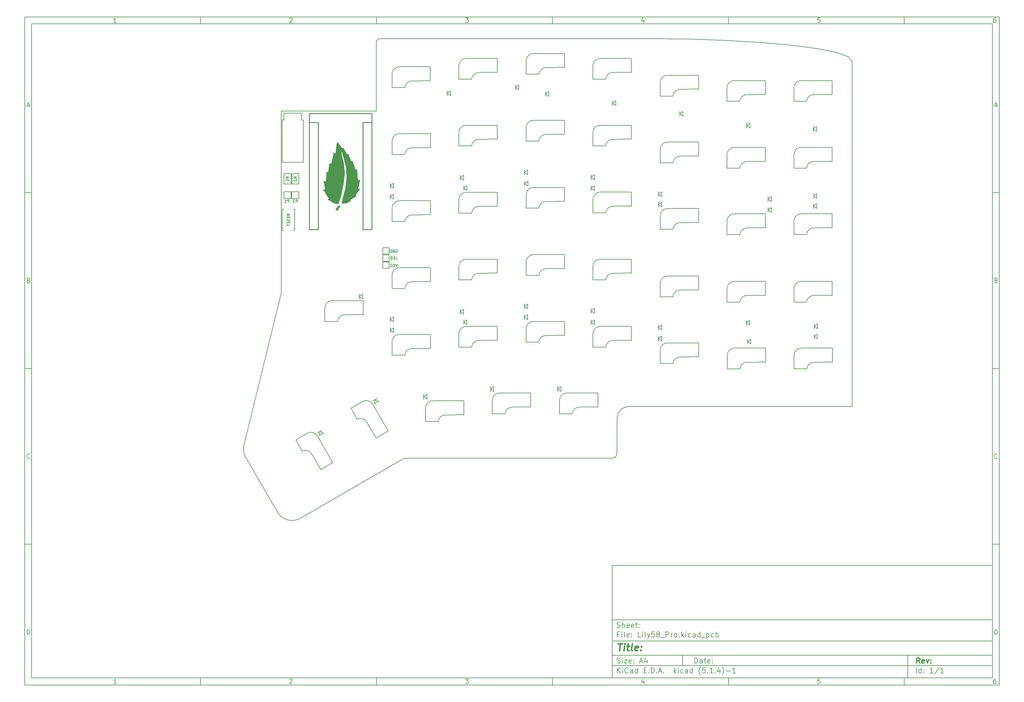
<source format=gbo>
G04 #@! TF.GenerationSoftware,KiCad,Pcbnew,(5.1.4)-1*
G04 #@! TF.CreationDate,2020-11-12T20:18:54+01:00*
G04 #@! TF.ProjectId,Lily58_Pro,4c696c79-3538-45f5-9072-6f2e6b696361,rev?*
G04 #@! TF.SameCoordinates,Original*
G04 #@! TF.FileFunction,Legend,Bot*
G04 #@! TF.FilePolarity,Positive*
%FSLAX46Y46*%
G04 Gerber Fmt 4.6, Leading zero omitted, Abs format (unit mm)*
G04 Created by KiCad (PCBNEW (5.1.4)-1) date 2020-11-12 20:18:54*
%MOMM*%
%LPD*%
G04 APERTURE LIST*
%ADD10C,0.100000*%
%ADD11C,0.150000*%
%ADD12C,0.300000*%
%ADD13C,0.400000*%
%ADD14C,0.200000*%
%ADD15C,0.250000*%
G04 APERTURE END LIST*
D10*
D11*
X177002200Y-166007200D02*
X177002200Y-198007200D01*
X285002200Y-198007200D01*
X285002200Y-166007200D01*
X177002200Y-166007200D01*
D10*
D11*
X10000000Y-10000000D02*
X10000000Y-200007200D01*
X287002200Y-200007200D01*
X287002200Y-10000000D01*
X10000000Y-10000000D01*
D10*
D11*
X12000000Y-12000000D02*
X12000000Y-198007200D01*
X285002200Y-198007200D01*
X285002200Y-12000000D01*
X12000000Y-12000000D01*
D10*
D11*
X60000000Y-12000000D02*
X60000000Y-10000000D01*
D10*
D11*
X110000000Y-12000000D02*
X110000000Y-10000000D01*
D10*
D11*
X160000000Y-12000000D02*
X160000000Y-10000000D01*
D10*
D11*
X210000000Y-12000000D02*
X210000000Y-10000000D01*
D10*
D11*
X260000000Y-12000000D02*
X260000000Y-10000000D01*
D10*
D11*
X36065476Y-11588095D02*
X35322619Y-11588095D01*
X35694047Y-11588095D02*
X35694047Y-10288095D01*
X35570238Y-10473809D01*
X35446428Y-10597619D01*
X35322619Y-10659523D01*
D10*
D11*
X85322619Y-10411904D02*
X85384523Y-10350000D01*
X85508333Y-10288095D01*
X85817857Y-10288095D01*
X85941666Y-10350000D01*
X86003571Y-10411904D01*
X86065476Y-10535714D01*
X86065476Y-10659523D01*
X86003571Y-10845238D01*
X85260714Y-11588095D01*
X86065476Y-11588095D01*
D10*
D11*
X135260714Y-10288095D02*
X136065476Y-10288095D01*
X135632142Y-10783333D01*
X135817857Y-10783333D01*
X135941666Y-10845238D01*
X136003571Y-10907142D01*
X136065476Y-11030952D01*
X136065476Y-11340476D01*
X136003571Y-11464285D01*
X135941666Y-11526190D01*
X135817857Y-11588095D01*
X135446428Y-11588095D01*
X135322619Y-11526190D01*
X135260714Y-11464285D01*
D10*
D11*
X185941666Y-10721428D02*
X185941666Y-11588095D01*
X185632142Y-10226190D02*
X185322619Y-11154761D01*
X186127380Y-11154761D01*
D10*
D11*
X236003571Y-10288095D02*
X235384523Y-10288095D01*
X235322619Y-10907142D01*
X235384523Y-10845238D01*
X235508333Y-10783333D01*
X235817857Y-10783333D01*
X235941666Y-10845238D01*
X236003571Y-10907142D01*
X236065476Y-11030952D01*
X236065476Y-11340476D01*
X236003571Y-11464285D01*
X235941666Y-11526190D01*
X235817857Y-11588095D01*
X235508333Y-11588095D01*
X235384523Y-11526190D01*
X235322619Y-11464285D01*
D10*
D11*
X285941666Y-10288095D02*
X285694047Y-10288095D01*
X285570238Y-10350000D01*
X285508333Y-10411904D01*
X285384523Y-10597619D01*
X285322619Y-10845238D01*
X285322619Y-11340476D01*
X285384523Y-11464285D01*
X285446428Y-11526190D01*
X285570238Y-11588095D01*
X285817857Y-11588095D01*
X285941666Y-11526190D01*
X286003571Y-11464285D01*
X286065476Y-11340476D01*
X286065476Y-11030952D01*
X286003571Y-10907142D01*
X285941666Y-10845238D01*
X285817857Y-10783333D01*
X285570238Y-10783333D01*
X285446428Y-10845238D01*
X285384523Y-10907142D01*
X285322619Y-11030952D01*
D10*
D11*
X60000000Y-198007200D02*
X60000000Y-200007200D01*
D10*
D11*
X110000000Y-198007200D02*
X110000000Y-200007200D01*
D10*
D11*
X160000000Y-198007200D02*
X160000000Y-200007200D01*
D10*
D11*
X210000000Y-198007200D02*
X210000000Y-200007200D01*
D10*
D11*
X260000000Y-198007200D02*
X260000000Y-200007200D01*
D10*
D11*
X36065476Y-199595295D02*
X35322619Y-199595295D01*
X35694047Y-199595295D02*
X35694047Y-198295295D01*
X35570238Y-198481009D01*
X35446428Y-198604819D01*
X35322619Y-198666723D01*
D10*
D11*
X85322619Y-198419104D02*
X85384523Y-198357200D01*
X85508333Y-198295295D01*
X85817857Y-198295295D01*
X85941666Y-198357200D01*
X86003571Y-198419104D01*
X86065476Y-198542914D01*
X86065476Y-198666723D01*
X86003571Y-198852438D01*
X85260714Y-199595295D01*
X86065476Y-199595295D01*
D10*
D11*
X135260714Y-198295295D02*
X136065476Y-198295295D01*
X135632142Y-198790533D01*
X135817857Y-198790533D01*
X135941666Y-198852438D01*
X136003571Y-198914342D01*
X136065476Y-199038152D01*
X136065476Y-199347676D01*
X136003571Y-199471485D01*
X135941666Y-199533390D01*
X135817857Y-199595295D01*
X135446428Y-199595295D01*
X135322619Y-199533390D01*
X135260714Y-199471485D01*
D10*
D11*
X185941666Y-198728628D02*
X185941666Y-199595295D01*
X185632142Y-198233390D02*
X185322619Y-199161961D01*
X186127380Y-199161961D01*
D10*
D11*
X236003571Y-198295295D02*
X235384523Y-198295295D01*
X235322619Y-198914342D01*
X235384523Y-198852438D01*
X235508333Y-198790533D01*
X235817857Y-198790533D01*
X235941666Y-198852438D01*
X236003571Y-198914342D01*
X236065476Y-199038152D01*
X236065476Y-199347676D01*
X236003571Y-199471485D01*
X235941666Y-199533390D01*
X235817857Y-199595295D01*
X235508333Y-199595295D01*
X235384523Y-199533390D01*
X235322619Y-199471485D01*
D10*
D11*
X285941666Y-198295295D02*
X285694047Y-198295295D01*
X285570238Y-198357200D01*
X285508333Y-198419104D01*
X285384523Y-198604819D01*
X285322619Y-198852438D01*
X285322619Y-199347676D01*
X285384523Y-199471485D01*
X285446428Y-199533390D01*
X285570238Y-199595295D01*
X285817857Y-199595295D01*
X285941666Y-199533390D01*
X286003571Y-199471485D01*
X286065476Y-199347676D01*
X286065476Y-199038152D01*
X286003571Y-198914342D01*
X285941666Y-198852438D01*
X285817857Y-198790533D01*
X285570238Y-198790533D01*
X285446428Y-198852438D01*
X285384523Y-198914342D01*
X285322619Y-199038152D01*
D10*
D11*
X10000000Y-60000000D02*
X12000000Y-60000000D01*
D10*
D11*
X10000000Y-110000000D02*
X12000000Y-110000000D01*
D10*
D11*
X10000000Y-160000000D02*
X12000000Y-160000000D01*
D10*
D11*
X10690476Y-35216666D02*
X11309523Y-35216666D01*
X10566666Y-35588095D02*
X11000000Y-34288095D01*
X11433333Y-35588095D01*
D10*
D11*
X11092857Y-84907142D02*
X11278571Y-84969047D01*
X11340476Y-85030952D01*
X11402380Y-85154761D01*
X11402380Y-85340476D01*
X11340476Y-85464285D01*
X11278571Y-85526190D01*
X11154761Y-85588095D01*
X10659523Y-85588095D01*
X10659523Y-84288095D01*
X11092857Y-84288095D01*
X11216666Y-84350000D01*
X11278571Y-84411904D01*
X11340476Y-84535714D01*
X11340476Y-84659523D01*
X11278571Y-84783333D01*
X11216666Y-84845238D01*
X11092857Y-84907142D01*
X10659523Y-84907142D01*
D10*
D11*
X11402380Y-135464285D02*
X11340476Y-135526190D01*
X11154761Y-135588095D01*
X11030952Y-135588095D01*
X10845238Y-135526190D01*
X10721428Y-135402380D01*
X10659523Y-135278571D01*
X10597619Y-135030952D01*
X10597619Y-134845238D01*
X10659523Y-134597619D01*
X10721428Y-134473809D01*
X10845238Y-134350000D01*
X11030952Y-134288095D01*
X11154761Y-134288095D01*
X11340476Y-134350000D01*
X11402380Y-134411904D01*
D10*
D11*
X10659523Y-185588095D02*
X10659523Y-184288095D01*
X10969047Y-184288095D01*
X11154761Y-184350000D01*
X11278571Y-184473809D01*
X11340476Y-184597619D01*
X11402380Y-184845238D01*
X11402380Y-185030952D01*
X11340476Y-185278571D01*
X11278571Y-185402380D01*
X11154761Y-185526190D01*
X10969047Y-185588095D01*
X10659523Y-185588095D01*
D10*
D11*
X287002200Y-60000000D02*
X285002200Y-60000000D01*
D10*
D11*
X287002200Y-110000000D02*
X285002200Y-110000000D01*
D10*
D11*
X287002200Y-160000000D02*
X285002200Y-160000000D01*
D10*
D11*
X285692676Y-35216666D02*
X286311723Y-35216666D01*
X285568866Y-35588095D02*
X286002200Y-34288095D01*
X286435533Y-35588095D01*
D10*
D11*
X286095057Y-84907142D02*
X286280771Y-84969047D01*
X286342676Y-85030952D01*
X286404580Y-85154761D01*
X286404580Y-85340476D01*
X286342676Y-85464285D01*
X286280771Y-85526190D01*
X286156961Y-85588095D01*
X285661723Y-85588095D01*
X285661723Y-84288095D01*
X286095057Y-84288095D01*
X286218866Y-84350000D01*
X286280771Y-84411904D01*
X286342676Y-84535714D01*
X286342676Y-84659523D01*
X286280771Y-84783333D01*
X286218866Y-84845238D01*
X286095057Y-84907142D01*
X285661723Y-84907142D01*
D10*
D11*
X286404580Y-135464285D02*
X286342676Y-135526190D01*
X286156961Y-135588095D01*
X286033152Y-135588095D01*
X285847438Y-135526190D01*
X285723628Y-135402380D01*
X285661723Y-135278571D01*
X285599819Y-135030952D01*
X285599819Y-134845238D01*
X285661723Y-134597619D01*
X285723628Y-134473809D01*
X285847438Y-134350000D01*
X286033152Y-134288095D01*
X286156961Y-134288095D01*
X286342676Y-134350000D01*
X286404580Y-134411904D01*
D10*
D11*
X285661723Y-185588095D02*
X285661723Y-184288095D01*
X285971247Y-184288095D01*
X286156961Y-184350000D01*
X286280771Y-184473809D01*
X286342676Y-184597619D01*
X286404580Y-184845238D01*
X286404580Y-185030952D01*
X286342676Y-185278571D01*
X286280771Y-185402380D01*
X286156961Y-185526190D01*
X285971247Y-185588095D01*
X285661723Y-185588095D01*
D10*
D11*
X200434342Y-193785771D02*
X200434342Y-192285771D01*
X200791485Y-192285771D01*
X201005771Y-192357200D01*
X201148628Y-192500057D01*
X201220057Y-192642914D01*
X201291485Y-192928628D01*
X201291485Y-193142914D01*
X201220057Y-193428628D01*
X201148628Y-193571485D01*
X201005771Y-193714342D01*
X200791485Y-193785771D01*
X200434342Y-193785771D01*
X202577200Y-193785771D02*
X202577200Y-193000057D01*
X202505771Y-192857200D01*
X202362914Y-192785771D01*
X202077200Y-192785771D01*
X201934342Y-192857200D01*
X202577200Y-193714342D02*
X202434342Y-193785771D01*
X202077200Y-193785771D01*
X201934342Y-193714342D01*
X201862914Y-193571485D01*
X201862914Y-193428628D01*
X201934342Y-193285771D01*
X202077200Y-193214342D01*
X202434342Y-193214342D01*
X202577200Y-193142914D01*
X203077200Y-192785771D02*
X203648628Y-192785771D01*
X203291485Y-192285771D02*
X203291485Y-193571485D01*
X203362914Y-193714342D01*
X203505771Y-193785771D01*
X203648628Y-193785771D01*
X204720057Y-193714342D02*
X204577200Y-193785771D01*
X204291485Y-193785771D01*
X204148628Y-193714342D01*
X204077200Y-193571485D01*
X204077200Y-193000057D01*
X204148628Y-192857200D01*
X204291485Y-192785771D01*
X204577200Y-192785771D01*
X204720057Y-192857200D01*
X204791485Y-193000057D01*
X204791485Y-193142914D01*
X204077200Y-193285771D01*
X205434342Y-193642914D02*
X205505771Y-193714342D01*
X205434342Y-193785771D01*
X205362914Y-193714342D01*
X205434342Y-193642914D01*
X205434342Y-193785771D01*
X205434342Y-192857200D02*
X205505771Y-192928628D01*
X205434342Y-193000057D01*
X205362914Y-192928628D01*
X205434342Y-192857200D01*
X205434342Y-193000057D01*
D10*
D11*
X177002200Y-194507200D02*
X285002200Y-194507200D01*
D10*
D11*
X178434342Y-196585771D02*
X178434342Y-195085771D01*
X179291485Y-196585771D02*
X178648628Y-195728628D01*
X179291485Y-195085771D02*
X178434342Y-195942914D01*
X179934342Y-196585771D02*
X179934342Y-195585771D01*
X179934342Y-195085771D02*
X179862914Y-195157200D01*
X179934342Y-195228628D01*
X180005771Y-195157200D01*
X179934342Y-195085771D01*
X179934342Y-195228628D01*
X181505771Y-196442914D02*
X181434342Y-196514342D01*
X181220057Y-196585771D01*
X181077200Y-196585771D01*
X180862914Y-196514342D01*
X180720057Y-196371485D01*
X180648628Y-196228628D01*
X180577200Y-195942914D01*
X180577200Y-195728628D01*
X180648628Y-195442914D01*
X180720057Y-195300057D01*
X180862914Y-195157200D01*
X181077200Y-195085771D01*
X181220057Y-195085771D01*
X181434342Y-195157200D01*
X181505771Y-195228628D01*
X182791485Y-196585771D02*
X182791485Y-195800057D01*
X182720057Y-195657200D01*
X182577200Y-195585771D01*
X182291485Y-195585771D01*
X182148628Y-195657200D01*
X182791485Y-196514342D02*
X182648628Y-196585771D01*
X182291485Y-196585771D01*
X182148628Y-196514342D01*
X182077200Y-196371485D01*
X182077200Y-196228628D01*
X182148628Y-196085771D01*
X182291485Y-196014342D01*
X182648628Y-196014342D01*
X182791485Y-195942914D01*
X184148628Y-196585771D02*
X184148628Y-195085771D01*
X184148628Y-196514342D02*
X184005771Y-196585771D01*
X183720057Y-196585771D01*
X183577200Y-196514342D01*
X183505771Y-196442914D01*
X183434342Y-196300057D01*
X183434342Y-195871485D01*
X183505771Y-195728628D01*
X183577200Y-195657200D01*
X183720057Y-195585771D01*
X184005771Y-195585771D01*
X184148628Y-195657200D01*
X186005771Y-195800057D02*
X186505771Y-195800057D01*
X186720057Y-196585771D02*
X186005771Y-196585771D01*
X186005771Y-195085771D01*
X186720057Y-195085771D01*
X187362914Y-196442914D02*
X187434342Y-196514342D01*
X187362914Y-196585771D01*
X187291485Y-196514342D01*
X187362914Y-196442914D01*
X187362914Y-196585771D01*
X188077200Y-196585771D02*
X188077200Y-195085771D01*
X188434342Y-195085771D01*
X188648628Y-195157200D01*
X188791485Y-195300057D01*
X188862914Y-195442914D01*
X188934342Y-195728628D01*
X188934342Y-195942914D01*
X188862914Y-196228628D01*
X188791485Y-196371485D01*
X188648628Y-196514342D01*
X188434342Y-196585771D01*
X188077200Y-196585771D01*
X189577200Y-196442914D02*
X189648628Y-196514342D01*
X189577200Y-196585771D01*
X189505771Y-196514342D01*
X189577200Y-196442914D01*
X189577200Y-196585771D01*
X190220057Y-196157200D02*
X190934342Y-196157200D01*
X190077200Y-196585771D02*
X190577200Y-195085771D01*
X191077200Y-196585771D01*
X191577200Y-196442914D02*
X191648628Y-196514342D01*
X191577200Y-196585771D01*
X191505771Y-196514342D01*
X191577200Y-196442914D01*
X191577200Y-196585771D01*
X194577200Y-196585771D02*
X194577200Y-195085771D01*
X194720057Y-196014342D02*
X195148628Y-196585771D01*
X195148628Y-195585771D02*
X194577200Y-196157200D01*
X195791485Y-196585771D02*
X195791485Y-195585771D01*
X195791485Y-195085771D02*
X195720057Y-195157200D01*
X195791485Y-195228628D01*
X195862914Y-195157200D01*
X195791485Y-195085771D01*
X195791485Y-195228628D01*
X197148628Y-196514342D02*
X197005771Y-196585771D01*
X196720057Y-196585771D01*
X196577200Y-196514342D01*
X196505771Y-196442914D01*
X196434342Y-196300057D01*
X196434342Y-195871485D01*
X196505771Y-195728628D01*
X196577200Y-195657200D01*
X196720057Y-195585771D01*
X197005771Y-195585771D01*
X197148628Y-195657200D01*
X198434342Y-196585771D02*
X198434342Y-195800057D01*
X198362914Y-195657200D01*
X198220057Y-195585771D01*
X197934342Y-195585771D01*
X197791485Y-195657200D01*
X198434342Y-196514342D02*
X198291485Y-196585771D01*
X197934342Y-196585771D01*
X197791485Y-196514342D01*
X197720057Y-196371485D01*
X197720057Y-196228628D01*
X197791485Y-196085771D01*
X197934342Y-196014342D01*
X198291485Y-196014342D01*
X198434342Y-195942914D01*
X199791485Y-196585771D02*
X199791485Y-195085771D01*
X199791485Y-196514342D02*
X199648628Y-196585771D01*
X199362914Y-196585771D01*
X199220057Y-196514342D01*
X199148628Y-196442914D01*
X199077200Y-196300057D01*
X199077200Y-195871485D01*
X199148628Y-195728628D01*
X199220057Y-195657200D01*
X199362914Y-195585771D01*
X199648628Y-195585771D01*
X199791485Y-195657200D01*
X202077200Y-197157200D02*
X202005771Y-197085771D01*
X201862914Y-196871485D01*
X201791485Y-196728628D01*
X201720057Y-196514342D01*
X201648628Y-196157200D01*
X201648628Y-195871485D01*
X201720057Y-195514342D01*
X201791485Y-195300057D01*
X201862914Y-195157200D01*
X202005771Y-194942914D01*
X202077200Y-194871485D01*
X203362914Y-195085771D02*
X202648628Y-195085771D01*
X202577200Y-195800057D01*
X202648628Y-195728628D01*
X202791485Y-195657200D01*
X203148628Y-195657200D01*
X203291485Y-195728628D01*
X203362914Y-195800057D01*
X203434342Y-195942914D01*
X203434342Y-196300057D01*
X203362914Y-196442914D01*
X203291485Y-196514342D01*
X203148628Y-196585771D01*
X202791485Y-196585771D01*
X202648628Y-196514342D01*
X202577200Y-196442914D01*
X204077200Y-196442914D02*
X204148628Y-196514342D01*
X204077200Y-196585771D01*
X204005771Y-196514342D01*
X204077200Y-196442914D01*
X204077200Y-196585771D01*
X205577200Y-196585771D02*
X204720057Y-196585771D01*
X205148628Y-196585771D02*
X205148628Y-195085771D01*
X205005771Y-195300057D01*
X204862914Y-195442914D01*
X204720057Y-195514342D01*
X206220057Y-196442914D02*
X206291485Y-196514342D01*
X206220057Y-196585771D01*
X206148628Y-196514342D01*
X206220057Y-196442914D01*
X206220057Y-196585771D01*
X207577200Y-195585771D02*
X207577200Y-196585771D01*
X207220057Y-195014342D02*
X206862914Y-196085771D01*
X207791485Y-196085771D01*
X208220057Y-197157200D02*
X208291485Y-197085771D01*
X208434342Y-196871485D01*
X208505771Y-196728628D01*
X208577200Y-196514342D01*
X208648628Y-196157200D01*
X208648628Y-195871485D01*
X208577200Y-195514342D01*
X208505771Y-195300057D01*
X208434342Y-195157200D01*
X208291485Y-194942914D01*
X208220057Y-194871485D01*
X209362914Y-196014342D02*
X210505771Y-196014342D01*
X212005771Y-196585771D02*
X211148628Y-196585771D01*
X211577200Y-196585771D02*
X211577200Y-195085771D01*
X211434342Y-195300057D01*
X211291485Y-195442914D01*
X211148628Y-195514342D01*
D10*
D11*
X177002200Y-191507200D02*
X285002200Y-191507200D01*
D10*
D12*
X264411485Y-193785771D02*
X263911485Y-193071485D01*
X263554342Y-193785771D02*
X263554342Y-192285771D01*
X264125771Y-192285771D01*
X264268628Y-192357200D01*
X264340057Y-192428628D01*
X264411485Y-192571485D01*
X264411485Y-192785771D01*
X264340057Y-192928628D01*
X264268628Y-193000057D01*
X264125771Y-193071485D01*
X263554342Y-193071485D01*
X265625771Y-193714342D02*
X265482914Y-193785771D01*
X265197200Y-193785771D01*
X265054342Y-193714342D01*
X264982914Y-193571485D01*
X264982914Y-193000057D01*
X265054342Y-192857200D01*
X265197200Y-192785771D01*
X265482914Y-192785771D01*
X265625771Y-192857200D01*
X265697200Y-193000057D01*
X265697200Y-193142914D01*
X264982914Y-193285771D01*
X266197200Y-192785771D02*
X266554342Y-193785771D01*
X266911485Y-192785771D01*
X267482914Y-193642914D02*
X267554342Y-193714342D01*
X267482914Y-193785771D01*
X267411485Y-193714342D01*
X267482914Y-193642914D01*
X267482914Y-193785771D01*
X267482914Y-192857200D02*
X267554342Y-192928628D01*
X267482914Y-193000057D01*
X267411485Y-192928628D01*
X267482914Y-192857200D01*
X267482914Y-193000057D01*
D10*
D11*
X178362914Y-193714342D02*
X178577200Y-193785771D01*
X178934342Y-193785771D01*
X179077200Y-193714342D01*
X179148628Y-193642914D01*
X179220057Y-193500057D01*
X179220057Y-193357200D01*
X179148628Y-193214342D01*
X179077200Y-193142914D01*
X178934342Y-193071485D01*
X178648628Y-193000057D01*
X178505771Y-192928628D01*
X178434342Y-192857200D01*
X178362914Y-192714342D01*
X178362914Y-192571485D01*
X178434342Y-192428628D01*
X178505771Y-192357200D01*
X178648628Y-192285771D01*
X179005771Y-192285771D01*
X179220057Y-192357200D01*
X179862914Y-193785771D02*
X179862914Y-192785771D01*
X179862914Y-192285771D02*
X179791485Y-192357200D01*
X179862914Y-192428628D01*
X179934342Y-192357200D01*
X179862914Y-192285771D01*
X179862914Y-192428628D01*
X180434342Y-192785771D02*
X181220057Y-192785771D01*
X180434342Y-193785771D01*
X181220057Y-193785771D01*
X182362914Y-193714342D02*
X182220057Y-193785771D01*
X181934342Y-193785771D01*
X181791485Y-193714342D01*
X181720057Y-193571485D01*
X181720057Y-193000057D01*
X181791485Y-192857200D01*
X181934342Y-192785771D01*
X182220057Y-192785771D01*
X182362914Y-192857200D01*
X182434342Y-193000057D01*
X182434342Y-193142914D01*
X181720057Y-193285771D01*
X183077200Y-193642914D02*
X183148628Y-193714342D01*
X183077200Y-193785771D01*
X183005771Y-193714342D01*
X183077200Y-193642914D01*
X183077200Y-193785771D01*
X183077200Y-192857200D02*
X183148628Y-192928628D01*
X183077200Y-193000057D01*
X183005771Y-192928628D01*
X183077200Y-192857200D01*
X183077200Y-193000057D01*
X184862914Y-193357200D02*
X185577200Y-193357200D01*
X184720057Y-193785771D02*
X185220057Y-192285771D01*
X185720057Y-193785771D01*
X186862914Y-192785771D02*
X186862914Y-193785771D01*
X186505771Y-192214342D02*
X186148628Y-193285771D01*
X187077200Y-193285771D01*
D10*
D11*
X263434342Y-196585771D02*
X263434342Y-195085771D01*
X264791485Y-196585771D02*
X264791485Y-195085771D01*
X264791485Y-196514342D02*
X264648628Y-196585771D01*
X264362914Y-196585771D01*
X264220057Y-196514342D01*
X264148628Y-196442914D01*
X264077200Y-196300057D01*
X264077200Y-195871485D01*
X264148628Y-195728628D01*
X264220057Y-195657200D01*
X264362914Y-195585771D01*
X264648628Y-195585771D01*
X264791485Y-195657200D01*
X265505771Y-196442914D02*
X265577200Y-196514342D01*
X265505771Y-196585771D01*
X265434342Y-196514342D01*
X265505771Y-196442914D01*
X265505771Y-196585771D01*
X265505771Y-195657200D02*
X265577200Y-195728628D01*
X265505771Y-195800057D01*
X265434342Y-195728628D01*
X265505771Y-195657200D01*
X265505771Y-195800057D01*
X268148628Y-196585771D02*
X267291485Y-196585771D01*
X267720057Y-196585771D02*
X267720057Y-195085771D01*
X267577200Y-195300057D01*
X267434342Y-195442914D01*
X267291485Y-195514342D01*
X269862914Y-195014342D02*
X268577200Y-196942914D01*
X271148628Y-196585771D02*
X270291485Y-196585771D01*
X270720057Y-196585771D02*
X270720057Y-195085771D01*
X270577200Y-195300057D01*
X270434342Y-195442914D01*
X270291485Y-195514342D01*
D10*
D11*
X177002200Y-187507200D02*
X285002200Y-187507200D01*
D10*
D13*
X178714580Y-188211961D02*
X179857438Y-188211961D01*
X179036009Y-190211961D02*
X179286009Y-188211961D01*
X180274104Y-190211961D02*
X180440771Y-188878628D01*
X180524104Y-188211961D02*
X180416961Y-188307200D01*
X180500295Y-188402438D01*
X180607438Y-188307200D01*
X180524104Y-188211961D01*
X180500295Y-188402438D01*
X181107438Y-188878628D02*
X181869342Y-188878628D01*
X181476485Y-188211961D02*
X181262200Y-189926247D01*
X181333628Y-190116723D01*
X181512200Y-190211961D01*
X181702676Y-190211961D01*
X182655057Y-190211961D02*
X182476485Y-190116723D01*
X182405057Y-189926247D01*
X182619342Y-188211961D01*
X184190771Y-190116723D02*
X183988390Y-190211961D01*
X183607438Y-190211961D01*
X183428866Y-190116723D01*
X183357438Y-189926247D01*
X183452676Y-189164342D01*
X183571723Y-188973866D01*
X183774104Y-188878628D01*
X184155057Y-188878628D01*
X184333628Y-188973866D01*
X184405057Y-189164342D01*
X184381247Y-189354819D01*
X183405057Y-189545295D01*
X185155057Y-190021485D02*
X185238390Y-190116723D01*
X185131247Y-190211961D01*
X185047914Y-190116723D01*
X185155057Y-190021485D01*
X185131247Y-190211961D01*
X185286009Y-188973866D02*
X185369342Y-189069104D01*
X185262200Y-189164342D01*
X185178866Y-189069104D01*
X185286009Y-188973866D01*
X185262200Y-189164342D01*
D10*
D11*
X178934342Y-185600057D02*
X178434342Y-185600057D01*
X178434342Y-186385771D02*
X178434342Y-184885771D01*
X179148628Y-184885771D01*
X179720057Y-186385771D02*
X179720057Y-185385771D01*
X179720057Y-184885771D02*
X179648628Y-184957200D01*
X179720057Y-185028628D01*
X179791485Y-184957200D01*
X179720057Y-184885771D01*
X179720057Y-185028628D01*
X180648628Y-186385771D02*
X180505771Y-186314342D01*
X180434342Y-186171485D01*
X180434342Y-184885771D01*
X181791485Y-186314342D02*
X181648628Y-186385771D01*
X181362914Y-186385771D01*
X181220057Y-186314342D01*
X181148628Y-186171485D01*
X181148628Y-185600057D01*
X181220057Y-185457200D01*
X181362914Y-185385771D01*
X181648628Y-185385771D01*
X181791485Y-185457200D01*
X181862914Y-185600057D01*
X181862914Y-185742914D01*
X181148628Y-185885771D01*
X182505771Y-186242914D02*
X182577200Y-186314342D01*
X182505771Y-186385771D01*
X182434342Y-186314342D01*
X182505771Y-186242914D01*
X182505771Y-186385771D01*
X182505771Y-185457200D02*
X182577200Y-185528628D01*
X182505771Y-185600057D01*
X182434342Y-185528628D01*
X182505771Y-185457200D01*
X182505771Y-185600057D01*
X185077200Y-186385771D02*
X184362914Y-186385771D01*
X184362914Y-184885771D01*
X185577200Y-186385771D02*
X185577200Y-185385771D01*
X185577200Y-184885771D02*
X185505771Y-184957200D01*
X185577200Y-185028628D01*
X185648628Y-184957200D01*
X185577200Y-184885771D01*
X185577200Y-185028628D01*
X186505771Y-186385771D02*
X186362914Y-186314342D01*
X186291485Y-186171485D01*
X186291485Y-184885771D01*
X186934342Y-185385771D02*
X187291485Y-186385771D01*
X187648628Y-185385771D02*
X187291485Y-186385771D01*
X187148628Y-186742914D01*
X187077200Y-186814342D01*
X186934342Y-186885771D01*
X188934342Y-184885771D02*
X188220057Y-184885771D01*
X188148628Y-185600057D01*
X188220057Y-185528628D01*
X188362914Y-185457200D01*
X188720057Y-185457200D01*
X188862914Y-185528628D01*
X188934342Y-185600057D01*
X189005771Y-185742914D01*
X189005771Y-186100057D01*
X188934342Y-186242914D01*
X188862914Y-186314342D01*
X188720057Y-186385771D01*
X188362914Y-186385771D01*
X188220057Y-186314342D01*
X188148628Y-186242914D01*
X189862914Y-185528628D02*
X189720057Y-185457200D01*
X189648628Y-185385771D01*
X189577200Y-185242914D01*
X189577200Y-185171485D01*
X189648628Y-185028628D01*
X189720057Y-184957200D01*
X189862914Y-184885771D01*
X190148628Y-184885771D01*
X190291485Y-184957200D01*
X190362914Y-185028628D01*
X190434342Y-185171485D01*
X190434342Y-185242914D01*
X190362914Y-185385771D01*
X190291485Y-185457200D01*
X190148628Y-185528628D01*
X189862914Y-185528628D01*
X189720057Y-185600057D01*
X189648628Y-185671485D01*
X189577200Y-185814342D01*
X189577200Y-186100057D01*
X189648628Y-186242914D01*
X189720057Y-186314342D01*
X189862914Y-186385771D01*
X190148628Y-186385771D01*
X190291485Y-186314342D01*
X190362914Y-186242914D01*
X190434342Y-186100057D01*
X190434342Y-185814342D01*
X190362914Y-185671485D01*
X190291485Y-185600057D01*
X190148628Y-185528628D01*
X190720057Y-186528628D02*
X191862914Y-186528628D01*
X192220057Y-186385771D02*
X192220057Y-184885771D01*
X192791485Y-184885771D01*
X192934342Y-184957200D01*
X193005771Y-185028628D01*
X193077200Y-185171485D01*
X193077200Y-185385771D01*
X193005771Y-185528628D01*
X192934342Y-185600057D01*
X192791485Y-185671485D01*
X192220057Y-185671485D01*
X193720057Y-186385771D02*
X193720057Y-185385771D01*
X193720057Y-185671485D02*
X193791485Y-185528628D01*
X193862914Y-185457200D01*
X194005771Y-185385771D01*
X194148628Y-185385771D01*
X194862914Y-186385771D02*
X194720057Y-186314342D01*
X194648628Y-186242914D01*
X194577200Y-186100057D01*
X194577200Y-185671485D01*
X194648628Y-185528628D01*
X194720057Y-185457200D01*
X194862914Y-185385771D01*
X195077200Y-185385771D01*
X195220057Y-185457200D01*
X195291485Y-185528628D01*
X195362914Y-185671485D01*
X195362914Y-186100057D01*
X195291485Y-186242914D01*
X195220057Y-186314342D01*
X195077200Y-186385771D01*
X194862914Y-186385771D01*
X196005771Y-186242914D02*
X196077200Y-186314342D01*
X196005771Y-186385771D01*
X195934342Y-186314342D01*
X196005771Y-186242914D01*
X196005771Y-186385771D01*
X196720057Y-186385771D02*
X196720057Y-184885771D01*
X196862914Y-185814342D02*
X197291485Y-186385771D01*
X197291485Y-185385771D02*
X196720057Y-185957200D01*
X197934342Y-186385771D02*
X197934342Y-185385771D01*
X197934342Y-184885771D02*
X197862914Y-184957200D01*
X197934342Y-185028628D01*
X198005771Y-184957200D01*
X197934342Y-184885771D01*
X197934342Y-185028628D01*
X199291485Y-186314342D02*
X199148628Y-186385771D01*
X198862914Y-186385771D01*
X198720057Y-186314342D01*
X198648628Y-186242914D01*
X198577200Y-186100057D01*
X198577200Y-185671485D01*
X198648628Y-185528628D01*
X198720057Y-185457200D01*
X198862914Y-185385771D01*
X199148628Y-185385771D01*
X199291485Y-185457200D01*
X200577200Y-186385771D02*
X200577200Y-185600057D01*
X200505771Y-185457200D01*
X200362914Y-185385771D01*
X200077200Y-185385771D01*
X199934342Y-185457200D01*
X200577200Y-186314342D02*
X200434342Y-186385771D01*
X200077200Y-186385771D01*
X199934342Y-186314342D01*
X199862914Y-186171485D01*
X199862914Y-186028628D01*
X199934342Y-185885771D01*
X200077200Y-185814342D01*
X200434342Y-185814342D01*
X200577200Y-185742914D01*
X201934342Y-186385771D02*
X201934342Y-184885771D01*
X201934342Y-186314342D02*
X201791485Y-186385771D01*
X201505771Y-186385771D01*
X201362914Y-186314342D01*
X201291485Y-186242914D01*
X201220057Y-186100057D01*
X201220057Y-185671485D01*
X201291485Y-185528628D01*
X201362914Y-185457200D01*
X201505771Y-185385771D01*
X201791485Y-185385771D01*
X201934342Y-185457200D01*
X202291485Y-186528628D02*
X203434342Y-186528628D01*
X203791485Y-185385771D02*
X203791485Y-186885771D01*
X203791485Y-185457200D02*
X203934342Y-185385771D01*
X204220057Y-185385771D01*
X204362914Y-185457200D01*
X204434342Y-185528628D01*
X204505771Y-185671485D01*
X204505771Y-186100057D01*
X204434342Y-186242914D01*
X204362914Y-186314342D01*
X204220057Y-186385771D01*
X203934342Y-186385771D01*
X203791485Y-186314342D01*
X205791485Y-186314342D02*
X205648628Y-186385771D01*
X205362914Y-186385771D01*
X205220057Y-186314342D01*
X205148628Y-186242914D01*
X205077200Y-186100057D01*
X205077200Y-185671485D01*
X205148628Y-185528628D01*
X205220057Y-185457200D01*
X205362914Y-185385771D01*
X205648628Y-185385771D01*
X205791485Y-185457200D01*
X206434342Y-186385771D02*
X206434342Y-184885771D01*
X206434342Y-185457200D02*
X206577200Y-185385771D01*
X206862914Y-185385771D01*
X207005771Y-185457200D01*
X207077200Y-185528628D01*
X207148628Y-185671485D01*
X207148628Y-186100057D01*
X207077200Y-186242914D01*
X207005771Y-186314342D01*
X206862914Y-186385771D01*
X206577200Y-186385771D01*
X206434342Y-186314342D01*
D10*
D11*
X177002200Y-181507200D02*
X285002200Y-181507200D01*
D10*
D11*
X178362914Y-183614342D02*
X178577200Y-183685771D01*
X178934342Y-183685771D01*
X179077200Y-183614342D01*
X179148628Y-183542914D01*
X179220057Y-183400057D01*
X179220057Y-183257200D01*
X179148628Y-183114342D01*
X179077200Y-183042914D01*
X178934342Y-182971485D01*
X178648628Y-182900057D01*
X178505771Y-182828628D01*
X178434342Y-182757200D01*
X178362914Y-182614342D01*
X178362914Y-182471485D01*
X178434342Y-182328628D01*
X178505771Y-182257200D01*
X178648628Y-182185771D01*
X179005771Y-182185771D01*
X179220057Y-182257200D01*
X179862914Y-183685771D02*
X179862914Y-182185771D01*
X180505771Y-183685771D02*
X180505771Y-182900057D01*
X180434342Y-182757200D01*
X180291485Y-182685771D01*
X180077200Y-182685771D01*
X179934342Y-182757200D01*
X179862914Y-182828628D01*
X181791485Y-183614342D02*
X181648628Y-183685771D01*
X181362914Y-183685771D01*
X181220057Y-183614342D01*
X181148628Y-183471485D01*
X181148628Y-182900057D01*
X181220057Y-182757200D01*
X181362914Y-182685771D01*
X181648628Y-182685771D01*
X181791485Y-182757200D01*
X181862914Y-182900057D01*
X181862914Y-183042914D01*
X181148628Y-183185771D01*
X183077200Y-183614342D02*
X182934342Y-183685771D01*
X182648628Y-183685771D01*
X182505771Y-183614342D01*
X182434342Y-183471485D01*
X182434342Y-182900057D01*
X182505771Y-182757200D01*
X182648628Y-182685771D01*
X182934342Y-182685771D01*
X183077200Y-182757200D01*
X183148628Y-182900057D01*
X183148628Y-183042914D01*
X182434342Y-183185771D01*
X183577200Y-182685771D02*
X184148628Y-182685771D01*
X183791485Y-182185771D02*
X183791485Y-183471485D01*
X183862914Y-183614342D01*
X184005771Y-183685771D01*
X184148628Y-183685771D01*
X184648628Y-183542914D02*
X184720057Y-183614342D01*
X184648628Y-183685771D01*
X184577200Y-183614342D01*
X184648628Y-183542914D01*
X184648628Y-183685771D01*
X184648628Y-182757200D02*
X184720057Y-182828628D01*
X184648628Y-182900057D01*
X184577200Y-182828628D01*
X184648628Y-182757200D01*
X184648628Y-182900057D01*
D10*
D11*
X197002200Y-191507200D02*
X197002200Y-194507200D01*
D10*
D11*
X261002200Y-191507200D02*
X261002200Y-198007200D01*
X72674503Y-134960305D02*
G75*
G02X72175000Y-132325000I4376397J2194505D01*
G01*
X88345583Y-152620389D02*
G75*
G02X81699101Y-150634699I-2328483J4322489D01*
G01*
X72674503Y-134960305D02*
X81699101Y-150634699D01*
X104456758Y-143271756D02*
X88345583Y-152620389D01*
X245120000Y-120789735D02*
X245120000Y-22546755D01*
X223959999Y-120789735D02*
X245120000Y-120789735D01*
X109898210Y-36780000D02*
X109898210Y-17246762D01*
X82940000Y-36780000D02*
X109898210Y-36780000D01*
X82937528Y-38136762D02*
X82940000Y-36780000D01*
D14*
X240549319Y-20073847D02*
X235185697Y-18995159D01*
X235185697Y-18995159D02*
X228080758Y-18055561D01*
X116186619Y-136480784D02*
X117862313Y-135510645D01*
X114510925Y-137450923D02*
X116186619Y-136480784D01*
X82937528Y-50750629D02*
X82937528Y-44443695D01*
X82937528Y-57057562D02*
X82937528Y-50750629D01*
X142171711Y-16196762D02*
X131763877Y-16196762D01*
X218692418Y-120789735D02*
X223959999Y-120789735D01*
X213424836Y-120789735D02*
X218692418Y-120789735D01*
X208157255Y-120789735D02*
X213424836Y-120789735D01*
X202889673Y-120789735D02*
X208157255Y-120789735D01*
X197622092Y-120789735D02*
X202889673Y-120789735D01*
X192354511Y-120789735D02*
X197622092Y-120789735D01*
X187086929Y-120789735D02*
X192354511Y-120789735D01*
X181819348Y-120789735D02*
X187086929Y-120789735D01*
X181113524Y-120860778D02*
X181819348Y-120789735D01*
X180456326Y-121064561D02*
X181113524Y-120860778D01*
X179861773Y-121387065D02*
X180456326Y-121064561D01*
X179343884Y-121814271D02*
X179861773Y-121387065D01*
X178916678Y-122332160D02*
X179343884Y-121814271D01*
X178594174Y-122926713D02*
X178916678Y-122332160D01*
X178390391Y-123583911D02*
X178594174Y-122926713D01*
X178319348Y-124289735D02*
X178390391Y-123583911D01*
X219467654Y-17280488D02*
X209579538Y-16695374D01*
X228080758Y-18055561D02*
X219467654Y-17280488D01*
X198649563Y-16325654D02*
X186910881Y-16196762D01*
X209579538Y-16695374D02*
X198649563Y-16325654D01*
X177658308Y-135255660D02*
X177403500Y-135393876D01*
X177880261Y-135072571D02*
X177658308Y-135255660D01*
X178063349Y-134850619D02*
X177880261Y-135072571D01*
X178201565Y-134595810D02*
X178063349Y-134850619D01*
X178288901Y-134314154D02*
X178201565Y-134595810D01*
X178319348Y-134034052D02*
X178288901Y-134314154D01*
X82937528Y-69671429D02*
X82937528Y-63364495D01*
X82937528Y-75978362D02*
X82937528Y-69671429D01*
X82937528Y-82285296D02*
X82937528Y-75978362D01*
X82937528Y-88592229D02*
X82937528Y-82285296D01*
X131763877Y-16196762D02*
X121356044Y-16196762D01*
X152579545Y-16196762D02*
X142171711Y-16196762D01*
X162987379Y-16196762D02*
X152579545Y-16196762D01*
X173395213Y-16196762D02*
X162987379Y-16196762D01*
X186910881Y-16196762D02*
X173395213Y-16196762D01*
X110360937Y-16375961D02*
X110539303Y-16279210D01*
X110205570Y-16504123D02*
X110360937Y-16375961D01*
X110077409Y-16659489D02*
X110205570Y-16504123D01*
X109980657Y-16837855D02*
X110077409Y-16659489D01*
X109919523Y-17035015D02*
X109980657Y-16837855D01*
X109898210Y-17246762D02*
X109919523Y-17035015D01*
X110736462Y-16218075D02*
X110948210Y-16196762D01*
X110539303Y-16279210D02*
X110736462Y-16218075D01*
X121356044Y-16196762D02*
X110948210Y-16196762D01*
X82937528Y-63364495D02*
X82937528Y-57057562D01*
X82937528Y-44443695D02*
X82937528Y-38136762D01*
X82937777Y-88592317D02*
X72175000Y-132325000D01*
X112835230Y-138421062D02*
X114510925Y-137450923D01*
X111159536Y-139391201D02*
X112835230Y-138421062D01*
X109483841Y-140361340D02*
X111159536Y-139391201D01*
X107808147Y-141331479D02*
X109483841Y-140361340D01*
X106132452Y-142301617D02*
X107808147Y-141331479D01*
X104456758Y-143271756D02*
X106132452Y-142301617D01*
X169449826Y-135511658D02*
X176819348Y-135511658D01*
X162080304Y-135511658D02*
X169449826Y-135511658D01*
X154710782Y-135511658D02*
X162080304Y-135511658D01*
X147341260Y-135511658D02*
X154710782Y-135511658D01*
X139971738Y-135511658D02*
X147341260Y-135511658D01*
X132602217Y-135511658D02*
X139971738Y-135511658D01*
X125232695Y-135511658D02*
X132602217Y-135511658D01*
X117863173Y-135511658D02*
X125232695Y-135511658D01*
X178319348Y-132816013D02*
X178319348Y-134034052D01*
X178319348Y-131597973D02*
X178319348Y-132816013D01*
X178319348Y-130379933D02*
X178319348Y-131597973D01*
X178319348Y-129161894D02*
X178319348Y-130379933D01*
X178319348Y-127943854D02*
X178319348Y-129161894D01*
X178319348Y-126725814D02*
X178319348Y-127943854D01*
X178319348Y-125507775D02*
X178319348Y-126725814D01*
X178319348Y-124289735D02*
X178319348Y-125507775D01*
X177121844Y-135481211D02*
X176819348Y-135511658D01*
X177403500Y-135393876D02*
X177121844Y-135481211D01*
X243938471Y-21266190D02*
X240549319Y-20073847D01*
X245120000Y-22546755D02*
X243938471Y-21266190D01*
D12*
X96264832Y-61965231D02*
X96624453Y-61668949D01*
X103866617Y-60740966D02*
X104185399Y-60986008D01*
X100349432Y-47554831D02*
X100657815Y-47421532D01*
X95061554Y-56941113D02*
X95685315Y-56957374D01*
X95786470Y-54300483D02*
X96291869Y-54288760D01*
X96637310Y-51916050D02*
X97189978Y-51873319D01*
X104555420Y-59008277D02*
X105106197Y-59107353D01*
X101693949Y-49321744D02*
X102010273Y-49173508D01*
X104048319Y-53628130D02*
X104435735Y-53552878D01*
X94961722Y-59264853D02*
X95369747Y-59230252D01*
X97829621Y-48815021D02*
X98357899Y-48971008D01*
X102289159Y-62053718D02*
X102522857Y-62356807D01*
X102922941Y-51285483D02*
X103272163Y-51231785D01*
X104612521Y-56517395D02*
X105163487Y-56521744D01*
D10*
G36*
X100079000Y-63062000D02*
G01*
X101476000Y-62935000D01*
X102522857Y-62356807D01*
X102365000Y-62046000D01*
X104143000Y-61030000D01*
X103889000Y-60776000D01*
X105106197Y-59107353D01*
X104651000Y-58998000D01*
X105159000Y-56712000D01*
X105032000Y-56458000D01*
X104612521Y-56517395D01*
X104435735Y-53552878D01*
X104016000Y-53537000D01*
X103272163Y-51231785D01*
X102873000Y-51251000D01*
X101984000Y-49219000D01*
X101730000Y-49346000D01*
X100657815Y-47421532D01*
X100349432Y-47554831D01*
X98936000Y-45663000D01*
X98682000Y-45917000D01*
X98357899Y-48971008D01*
X97793000Y-48838000D01*
X97158000Y-51759000D01*
X96637310Y-51916050D01*
X96396000Y-53029000D01*
X96269000Y-54172000D01*
X95786470Y-54300483D01*
X95634000Y-56839000D01*
X95061554Y-56941113D01*
X95369747Y-59230252D01*
X94999000Y-59252000D01*
X95634000Y-60522000D01*
X96523000Y-61665000D01*
X96269000Y-61919000D01*
X97793000Y-62935000D01*
X99063000Y-63189000D01*
X99825000Y-61030000D01*
X100587000Y-57220000D01*
X100841000Y-54934000D01*
X100841000Y-53918000D01*
X100587000Y-51505000D01*
X100079000Y-49600000D01*
X99825000Y-48076000D01*
X100206000Y-48457000D01*
X100587000Y-49981000D01*
X101349000Y-53029000D01*
X101476000Y-55950000D01*
X101095000Y-58871000D01*
X100333000Y-61665000D01*
X100079000Y-63062000D01*
G37*
X100079000Y-63062000D02*
X101476000Y-62935000D01*
X102522857Y-62356807D01*
X102365000Y-62046000D01*
X104143000Y-61030000D01*
X103889000Y-60776000D01*
X105106197Y-59107353D01*
X104651000Y-58998000D01*
X105159000Y-56712000D01*
X105032000Y-56458000D01*
X104612521Y-56517395D01*
X104435735Y-53552878D01*
X104016000Y-53537000D01*
X103272163Y-51231785D01*
X102873000Y-51251000D01*
X101984000Y-49219000D01*
X101730000Y-49346000D01*
X100657815Y-47421532D01*
X100349432Y-47554831D01*
X98936000Y-45663000D01*
X98682000Y-45917000D01*
X98357899Y-48971008D01*
X97793000Y-48838000D01*
X97158000Y-51759000D01*
X96637310Y-51916050D01*
X96396000Y-53029000D01*
X96269000Y-54172000D01*
X95786470Y-54300483D01*
X95634000Y-56839000D01*
X95061554Y-56941113D01*
X95369747Y-59230252D01*
X94999000Y-59252000D01*
X95634000Y-60522000D01*
X96523000Y-61665000D01*
X96269000Y-61919000D01*
X97793000Y-62935000D01*
X99063000Y-63189000D01*
X99825000Y-61030000D01*
X100587000Y-57220000D01*
X100841000Y-54934000D01*
X100841000Y-53918000D01*
X100587000Y-51505000D01*
X100079000Y-49600000D01*
X99825000Y-48076000D01*
X100206000Y-48457000D01*
X100587000Y-49981000D01*
X101349000Y-53029000D01*
X101476000Y-55950000D01*
X101095000Y-58871000D01*
X100333000Y-61665000D01*
X100079000Y-63062000D01*
G36*
X98301000Y-64840000D02*
G01*
X98796832Y-65015936D01*
X99698000Y-63697000D01*
X99063000Y-63697000D01*
X98301000Y-64840000D01*
G37*
X98301000Y-64840000D02*
X98796832Y-65015936D01*
X99698000Y-63697000D01*
X99063000Y-63697000D01*
X98301000Y-64840000D01*
D11*
X87032359Y-130311645D02*
X88837359Y-133437997D01*
X90456623Y-128334645D02*
X87040153Y-130307145D01*
X97598837Y-136797322D02*
X93286337Y-129327853D01*
X94214410Y-138751322D02*
X97598837Y-136797322D01*
X94174572Y-138774322D02*
X91609735Y-134423894D01*
X90522745Y-128309171D02*
G75*
G02X93286337Y-129327853I872455J-1891137D01*
G01*
X88860644Y-133430327D02*
G75*
G02X91618771Y-134447544I870455J-1887672D01*
G01*
X94489518Y-127564144D02*
X93277082Y-128264144D01*
X93727082Y-129043567D02*
X93883300Y-127914144D01*
X94939518Y-128343567D02*
X93727082Y-129043567D01*
X93883300Y-127914144D02*
X94939518Y-128343567D01*
X234360000Y-100150000D02*
X234360000Y-101550000D01*
X235260000Y-101550000D02*
X234360000Y-100850000D01*
X235260000Y-100150000D02*
X235260000Y-101550000D01*
X234360000Y-100850000D02*
X235260000Y-100150000D01*
X234380000Y-97250000D02*
X234380000Y-98650000D01*
X235280000Y-98650000D02*
X234380000Y-97950000D01*
X235280000Y-97250000D02*
X235280000Y-98650000D01*
X234380000Y-97950000D02*
X235280000Y-97250000D01*
X234160000Y-63100000D02*
X234160000Y-64500000D01*
X235060000Y-64500000D02*
X234160000Y-63800000D01*
X235060000Y-63100000D02*
X235060000Y-64500000D01*
X234160000Y-63800000D02*
X235060000Y-63100000D01*
X234180000Y-60220000D02*
X234180000Y-61620000D01*
X235080000Y-61620000D02*
X234180000Y-60920000D01*
X235080000Y-60220000D02*
X235080000Y-61620000D01*
X234180000Y-60920000D02*
X235080000Y-60220000D01*
X228600000Y-34004000D02*
X232210000Y-34004000D01*
X228600000Y-30050000D02*
X228600000Y-33995000D01*
X239500000Y-28096000D02*
X230875000Y-28096000D01*
X239500000Y-32004000D02*
X239500000Y-28096000D01*
X239500000Y-32050000D02*
X234450000Y-32096000D01*
X228611000Y-29980000D02*
G75*
G02X230875000Y-28096000I2074000J-190000D01*
G01*
X232215001Y-33979999D02*
G75*
G02X234475000Y-32100000I2069999J-190000D01*
G01*
X228650000Y-110104000D02*
X232260000Y-110104000D01*
X228650000Y-106150000D02*
X228650000Y-110095000D01*
X239550000Y-104196000D02*
X230925000Y-104196000D01*
X239550000Y-108104000D02*
X239550000Y-104196000D01*
X239550000Y-108150000D02*
X234500000Y-108196000D01*
X228661000Y-106080000D02*
G75*
G02X230925000Y-104196000I2074000J-190000D01*
G01*
X232265001Y-110079999D02*
G75*
G02X234525000Y-108200000I2069999J-190000D01*
G01*
X228600000Y-91104000D02*
X232210000Y-91104000D01*
X228600000Y-87150000D02*
X228600000Y-91095000D01*
X239500000Y-85196000D02*
X230875000Y-85196000D01*
X239500000Y-89104000D02*
X239500000Y-85196000D01*
X239500000Y-89150000D02*
X234450000Y-89196000D01*
X228611000Y-87080000D02*
G75*
G02X230875000Y-85196000I2074000J-190000D01*
G01*
X232215001Y-91079999D02*
G75*
G02X234475000Y-89200000I2069999J-190000D01*
G01*
X228600000Y-71904000D02*
X232210000Y-71904000D01*
X228600000Y-67950000D02*
X228600000Y-71895000D01*
X239500000Y-65996000D02*
X230875000Y-65996000D01*
X239500000Y-69904000D02*
X239500000Y-65996000D01*
X239500000Y-69950000D02*
X234450000Y-69996000D01*
X228611000Y-67880000D02*
G75*
G02X230875000Y-65996000I2074000J-190000D01*
G01*
X232215001Y-71879999D02*
G75*
G02X234475000Y-70000000I2069999J-190000D01*
G01*
X228600000Y-53004000D02*
X232210000Y-53004000D01*
X228600000Y-49050000D02*
X228600000Y-52995000D01*
X239500000Y-47096000D02*
X230875000Y-47096000D01*
X239500000Y-51004000D02*
X239500000Y-47096000D01*
X239500000Y-51050000D02*
X234450000Y-51096000D01*
X228611000Y-48980000D02*
G75*
G02X230875000Y-47096000I2074000J-190000D01*
G01*
X232215001Y-52979999D02*
G75*
G02X234475000Y-51100000I2069999J-190000D01*
G01*
X234170000Y-41190000D02*
X234170000Y-42590000D01*
X235070000Y-42590000D02*
X234170000Y-41890000D01*
X235070000Y-41190000D02*
X235070000Y-42590000D01*
X234170000Y-41890000D02*
X235070000Y-41190000D01*
X209600000Y-53004000D02*
X213210000Y-53004000D01*
X209600000Y-49050000D02*
X209600000Y-52995000D01*
X220500000Y-47096000D02*
X211875000Y-47096000D01*
X220500000Y-51004000D02*
X220500000Y-47096000D01*
X220500000Y-51050000D02*
X215450000Y-51096000D01*
X209611000Y-48980000D02*
G75*
G02X211875000Y-47096000I2074000J-190000D01*
G01*
X213215001Y-52979999D02*
G75*
G02X215475000Y-51100000I2069999J-190000D01*
G01*
X209600000Y-34004000D02*
X213210000Y-34004000D01*
X209600000Y-30050000D02*
X209600000Y-33995000D01*
X220500000Y-28096000D02*
X211875000Y-28096000D01*
X220500000Y-32004000D02*
X220500000Y-28096000D01*
X220500000Y-32050000D02*
X215450000Y-32096000D01*
X209611000Y-29980000D02*
G75*
G02X211875000Y-28096000I2074000J-190000D01*
G01*
X213215001Y-33979999D02*
G75*
G02X215475000Y-32100000I2069999J-190000D01*
G01*
X190600000Y-32504000D02*
X194210000Y-32504000D01*
X190600000Y-28550000D02*
X190600000Y-32495000D01*
X201500000Y-26596000D02*
X192875000Y-26596000D01*
X201500000Y-30504000D02*
X201500000Y-26596000D01*
X201500000Y-30550000D02*
X196450000Y-30596000D01*
X190611000Y-28480000D02*
G75*
G02X192875000Y-26596000I2074000J-190000D01*
G01*
X194215001Y-32479999D02*
G75*
G02X196475000Y-30600000I2069999J-190000D01*
G01*
X171500000Y-27704000D02*
X175110000Y-27704000D01*
X171500000Y-23750000D02*
X171500000Y-27695000D01*
X182400000Y-21796000D02*
X173775000Y-21796000D01*
X182400000Y-25704000D02*
X182400000Y-21796000D01*
X182400000Y-25750000D02*
X177350000Y-25796000D01*
X171511000Y-23680000D02*
G75*
G02X173775000Y-21796000I2074000J-190000D01*
G01*
X175115001Y-27679999D02*
G75*
G02X177375000Y-25800000I2069999J-190000D01*
G01*
X152500000Y-26314000D02*
X156110000Y-26314000D01*
X152500000Y-22360000D02*
X152500000Y-26305000D01*
X163400000Y-20406000D02*
X154775000Y-20406000D01*
X163400000Y-24314000D02*
X163400000Y-20406000D01*
X163400000Y-24360000D02*
X158350000Y-24406000D01*
X152511000Y-22290000D02*
G75*
G02X154775000Y-20406000I2074000J-190000D01*
G01*
X156115001Y-26289999D02*
G75*
G02X158375000Y-24410000I2069999J-190000D01*
G01*
X133400000Y-27704000D02*
X137010000Y-27704000D01*
X133400000Y-23750000D02*
X133400000Y-27695000D01*
X144300000Y-21796000D02*
X135675000Y-21796000D01*
X144300000Y-25704000D02*
X144300000Y-21796000D01*
X144300000Y-25750000D02*
X139250000Y-25796000D01*
X133411000Y-23680000D02*
G75*
G02X135675000Y-21796000I2074000J-190000D01*
G01*
X137015001Y-27679999D02*
G75*
G02X139275000Y-25800000I2069999J-190000D01*
G01*
X114390000Y-30104000D02*
X118000000Y-30104000D01*
X114390000Y-26150000D02*
X114390000Y-30095000D01*
X125290000Y-24196000D02*
X116665000Y-24196000D01*
X125290000Y-28104000D02*
X125290000Y-24196000D01*
X125290000Y-28150000D02*
X120240000Y-28196000D01*
X114401000Y-26080000D02*
G75*
G02X116665000Y-24196000I2074000J-190000D01*
G01*
X118005001Y-30079999D02*
G75*
G02X120265000Y-28200000I2069999J-190000D01*
G01*
X215200000Y-40160000D02*
X215200000Y-41560000D01*
X216100000Y-41560000D02*
X215200000Y-40860000D01*
X216100000Y-40160000D02*
X216100000Y-41560000D01*
X215200000Y-40860000D02*
X216100000Y-40160000D01*
X196190000Y-36830000D02*
X196190000Y-38230000D01*
X197090000Y-38230000D02*
X196190000Y-37530000D01*
X197090000Y-36830000D02*
X197090000Y-38230000D01*
X196190000Y-37530000D02*
X197090000Y-36830000D01*
X177080000Y-33830000D02*
X177080000Y-35230000D01*
X177980000Y-35230000D02*
X177080000Y-34530000D01*
X177980000Y-33830000D02*
X177980000Y-35230000D01*
X177080000Y-34530000D02*
X177980000Y-33830000D01*
X158070000Y-31220000D02*
X158070000Y-32620000D01*
X158970000Y-32620000D02*
X158070000Y-31920000D01*
X158970000Y-31220000D02*
X158970000Y-32620000D01*
X158070000Y-31920000D02*
X158970000Y-31220000D01*
X149520000Y-29340000D02*
X149520000Y-30740000D01*
X150420000Y-30740000D02*
X149520000Y-30040000D01*
X150420000Y-29340000D02*
X150420000Y-30740000D01*
X149520000Y-30040000D02*
X150420000Y-29340000D01*
X130070000Y-30990000D02*
X130070000Y-32390000D01*
X130970000Y-32390000D02*
X130070000Y-31690000D01*
X130970000Y-30990000D02*
X130970000Y-32390000D01*
X130070000Y-31690000D02*
X130970000Y-30990000D01*
X161500000Y-115100000D02*
X161500000Y-116500000D01*
X162400000Y-116500000D02*
X161500000Y-115800000D01*
X162400000Y-115100000D02*
X162400000Y-116500000D01*
X161500000Y-115800000D02*
X162400000Y-115100000D01*
X142400000Y-115100000D02*
X142400000Y-116500000D01*
X143300000Y-116500000D02*
X142400000Y-115800000D01*
X143300000Y-115100000D02*
X143300000Y-116500000D01*
X142400000Y-115800000D02*
X143300000Y-115100000D01*
X123400000Y-117300000D02*
X123400000Y-118700000D01*
X124300000Y-118700000D02*
X123400000Y-118000000D01*
X124300000Y-117300000D02*
X124300000Y-118700000D01*
X123400000Y-118000000D02*
X124300000Y-117300000D01*
X110156218Y-118516987D02*
X108943782Y-119216987D01*
X109393782Y-119996410D02*
X109550000Y-118866987D01*
X110606218Y-119296410D02*
X109393782Y-119996410D01*
X109550000Y-118866987D02*
X110606218Y-119296410D01*
X105100000Y-88800000D02*
X105100000Y-90200000D01*
X106000000Y-90200000D02*
X105100000Y-89500000D01*
X106000000Y-88800000D02*
X106000000Y-90200000D01*
X105100000Y-89500000D02*
X106000000Y-88800000D01*
X171000000Y-54900000D02*
X171000000Y-56300000D01*
X171900000Y-56300000D02*
X171000000Y-55600000D01*
X171900000Y-54900000D02*
X171900000Y-56300000D01*
X171000000Y-55600000D02*
X171900000Y-54900000D01*
X152000000Y-53500000D02*
X152000000Y-54900000D01*
X152900000Y-54900000D02*
X152000000Y-54200000D01*
X152900000Y-53500000D02*
X152900000Y-54900000D01*
X152000000Y-54200000D02*
X152900000Y-53500000D01*
X133800000Y-55000000D02*
X133800000Y-56400000D01*
X134700000Y-56400000D02*
X133800000Y-55700000D01*
X134700000Y-55000000D02*
X134700000Y-56400000D01*
X133800000Y-55700000D02*
X134700000Y-55000000D01*
X113900000Y-57300000D02*
X113900000Y-58700000D01*
X114800000Y-58700000D02*
X113900000Y-58000000D01*
X114800000Y-57300000D02*
X114800000Y-58700000D01*
X113900000Y-58000000D02*
X114800000Y-57300000D01*
X190600000Y-70404000D02*
X194210000Y-70404000D01*
X190600000Y-66450000D02*
X190600000Y-70395000D01*
X201500000Y-64496000D02*
X192875000Y-64496000D01*
X201500000Y-68404000D02*
X201500000Y-64496000D01*
X201500000Y-68450000D02*
X196450000Y-68496000D01*
X190611000Y-66380000D02*
G75*
G02X192875000Y-64496000I2074000J-190000D01*
G01*
X194215001Y-70379999D02*
G75*
G02X196475000Y-68500000I2069999J-190000D01*
G01*
X142900000Y-122854000D02*
X146510000Y-122854000D01*
X142900000Y-118900000D02*
X142900000Y-122845000D01*
X153800000Y-116946000D02*
X145175000Y-116946000D01*
X153800000Y-120854000D02*
X153800000Y-116946000D01*
X153800000Y-120900000D02*
X148750000Y-120946000D01*
X142911000Y-118830000D02*
G75*
G02X145175000Y-116946000I2074000J-190000D01*
G01*
X146515001Y-122829999D02*
G75*
G02X148775000Y-120950000I2069999J-190000D01*
G01*
X190600000Y-89604000D02*
X194210000Y-89604000D01*
X190600000Y-85650000D02*
X190600000Y-89595000D01*
X201500000Y-83696000D02*
X192875000Y-83696000D01*
X201500000Y-87604000D02*
X201500000Y-83696000D01*
X201500000Y-87650000D02*
X196450000Y-87696000D01*
X190611000Y-85580000D02*
G75*
G02X192875000Y-83696000I2074000J-190000D01*
G01*
X194215001Y-89579999D02*
G75*
G02X196475000Y-87700000I2069999J-190000D01*
G01*
X190600000Y-51504000D02*
X194210000Y-51504000D01*
X190600000Y-47550000D02*
X190600000Y-51495000D01*
X201500000Y-45596000D02*
X192875000Y-45596000D01*
X201500000Y-49504000D02*
X201500000Y-45596000D01*
X201500000Y-49550000D02*
X196450000Y-49596000D01*
X190611000Y-47480000D02*
G75*
G02X192875000Y-45596000I2074000J-190000D01*
G01*
X194215001Y-51479999D02*
G75*
G02X196475000Y-49600000I2069999J-190000D01*
G01*
X171500000Y-46704000D02*
X175110000Y-46704000D01*
X171500000Y-42750000D02*
X171500000Y-46695000D01*
X182400000Y-40796000D02*
X173775000Y-40796000D01*
X182400000Y-44704000D02*
X182400000Y-40796000D01*
X182400000Y-44750000D02*
X177350000Y-44796000D01*
X171511000Y-42680000D02*
G75*
G02X173775000Y-40796000I2074000J-190000D01*
G01*
X175115001Y-46679999D02*
G75*
G02X177375000Y-44800000I2069999J-190000D01*
G01*
X133400000Y-46704000D02*
X137010000Y-46704000D01*
X133400000Y-42750000D02*
X133400000Y-46695000D01*
X144300000Y-40796000D02*
X135675000Y-40796000D01*
X144300000Y-44704000D02*
X144300000Y-40796000D01*
X144300000Y-44750000D02*
X139250000Y-44796000D01*
X133411000Y-42680000D02*
G75*
G02X135675000Y-40796000I2074000J-190000D01*
G01*
X137015001Y-46679999D02*
G75*
G02X139275000Y-44800000I2069999J-190000D01*
G01*
X102725959Y-121269245D02*
X104530959Y-124395597D01*
X106150223Y-119292245D02*
X102733753Y-121264745D01*
X113292437Y-127754922D02*
X108979937Y-120285453D01*
X109908010Y-129708922D02*
X113292437Y-127754922D01*
X109868172Y-129731922D02*
X107303335Y-125381494D01*
X106216345Y-119266771D02*
G75*
G02X108979937Y-120285453I872455J-1891137D01*
G01*
X104554244Y-124387927D02*
G75*
G02X107312371Y-125405144I870455J-1887672D01*
G01*
X162000000Y-122854000D02*
X165610000Y-122854000D01*
X162000000Y-118900000D02*
X162000000Y-122845000D01*
X172900000Y-116946000D02*
X164275000Y-116946000D01*
X172900000Y-120854000D02*
X172900000Y-116946000D01*
X172900000Y-120900000D02*
X167850000Y-120946000D01*
X162011000Y-118830000D02*
G75*
G02X164275000Y-116946000I2074000J-190000D01*
G01*
X165615001Y-122829999D02*
G75*
G02X167875000Y-120950000I2069999J-190000D01*
G01*
X123900000Y-125104000D02*
X127510000Y-125104000D01*
X123900000Y-121150000D02*
X123900000Y-125095000D01*
X134800000Y-119196000D02*
X126175000Y-119196000D01*
X134800000Y-123104000D02*
X134800000Y-119196000D01*
X134800000Y-123150000D02*
X129750000Y-123196000D01*
X123911000Y-121080000D02*
G75*
G02X126175000Y-119196000I2074000J-190000D01*
G01*
X127515001Y-125079999D02*
G75*
G02X129775000Y-123200000I2069999J-190000D01*
G01*
X95300000Y-96604000D02*
X98910000Y-96604000D01*
X95300000Y-92650000D02*
X95300000Y-96595000D01*
X106200000Y-90696000D02*
X97575000Y-90696000D01*
X106200000Y-94604000D02*
X106200000Y-90696000D01*
X106200000Y-94650000D02*
X101150000Y-94696000D01*
X95311000Y-92580000D02*
G75*
G02X97575000Y-90696000I2074000J-190000D01*
G01*
X98915001Y-96579999D02*
G75*
G02X101175000Y-94700000I2069999J-190000D01*
G01*
X209650000Y-110104000D02*
X213260000Y-110104000D01*
X209650000Y-106150000D02*
X209650000Y-110095000D01*
X220550000Y-104196000D02*
X211925000Y-104196000D01*
X220550000Y-108104000D02*
X220550000Y-104196000D01*
X220550000Y-108150000D02*
X215500000Y-108196000D01*
X209661000Y-106080000D02*
G75*
G02X211925000Y-104196000I2074000J-190000D01*
G01*
X213265001Y-110079999D02*
G75*
G02X215525000Y-108200000I2069999J-190000D01*
G01*
X190600000Y-108604000D02*
X194210000Y-108604000D01*
X190600000Y-104650000D02*
X190600000Y-108595000D01*
X201500000Y-102696000D02*
X192875000Y-102696000D01*
X201500000Y-106604000D02*
X201500000Y-102696000D01*
X201500000Y-106650000D02*
X196450000Y-106696000D01*
X190611000Y-104580000D02*
G75*
G02X192875000Y-102696000I2074000J-190000D01*
G01*
X194215001Y-108579999D02*
G75*
G02X196475000Y-106700000I2069999J-190000D01*
G01*
X171500000Y-103904000D02*
X175110000Y-103904000D01*
X171500000Y-99950000D02*
X171500000Y-103895000D01*
X182400000Y-97996000D02*
X173775000Y-97996000D01*
X182400000Y-101904000D02*
X182400000Y-97996000D01*
X182400000Y-101950000D02*
X177350000Y-101996000D01*
X171511000Y-99880000D02*
G75*
G02X173775000Y-97996000I2074000J-190000D01*
G01*
X175115001Y-103879999D02*
G75*
G02X177375000Y-102000000I2069999J-190000D01*
G01*
X152500000Y-102504000D02*
X156110000Y-102504000D01*
X152500000Y-98550000D02*
X152500000Y-102495000D01*
X163400000Y-96596000D02*
X154775000Y-96596000D01*
X163400000Y-100504000D02*
X163400000Y-96596000D01*
X163400000Y-100550000D02*
X158350000Y-100596000D01*
X152511000Y-98480000D02*
G75*
G02X154775000Y-96596000I2074000J-190000D01*
G01*
X156115001Y-102479999D02*
G75*
G02X158375000Y-100600000I2069999J-190000D01*
G01*
X133400000Y-103904000D02*
X137010000Y-103904000D01*
X133400000Y-99950000D02*
X133400000Y-103895000D01*
X144300000Y-97996000D02*
X135675000Y-97996000D01*
X144300000Y-101904000D02*
X144300000Y-97996000D01*
X144300000Y-101950000D02*
X139250000Y-101996000D01*
X133411000Y-99880000D02*
G75*
G02X135675000Y-97996000I2074000J-190000D01*
G01*
X137015001Y-103879999D02*
G75*
G02X139275000Y-102000000I2069999J-190000D01*
G01*
X114400000Y-106204000D02*
X118010000Y-106204000D01*
X114400000Y-102250000D02*
X114400000Y-106195000D01*
X125300000Y-100296000D02*
X116675000Y-100296000D01*
X125300000Y-104204000D02*
X125300000Y-100296000D01*
X125300000Y-104250000D02*
X120250000Y-104296000D01*
X114411000Y-102180000D02*
G75*
G02X116675000Y-100296000I2074000J-190000D01*
G01*
X118015001Y-106179999D02*
G75*
G02X120275000Y-104300000I2069999J-190000D01*
G01*
X209600000Y-91104000D02*
X213210000Y-91104000D01*
X209600000Y-87150000D02*
X209600000Y-91095000D01*
X220500000Y-85196000D02*
X211875000Y-85196000D01*
X220500000Y-89104000D02*
X220500000Y-85196000D01*
X220500000Y-89150000D02*
X215450000Y-89196000D01*
X209611000Y-87080000D02*
G75*
G02X211875000Y-85196000I2074000J-190000D01*
G01*
X213215001Y-91079999D02*
G75*
G02X215475000Y-89200000I2069999J-190000D01*
G01*
X171500000Y-84804000D02*
X175110000Y-84804000D01*
X171500000Y-80850000D02*
X171500000Y-84795000D01*
X182400000Y-78896000D02*
X173775000Y-78896000D01*
X182400000Y-82804000D02*
X182400000Y-78896000D01*
X182400000Y-82850000D02*
X177350000Y-82896000D01*
X171511000Y-80780000D02*
G75*
G02X173775000Y-78896000I2074000J-190000D01*
G01*
X175115001Y-84779999D02*
G75*
G02X177375000Y-82900000I2069999J-190000D01*
G01*
X152500000Y-83504000D02*
X156110000Y-83504000D01*
X152500000Y-79550000D02*
X152500000Y-83495000D01*
X163400000Y-77596000D02*
X154775000Y-77596000D01*
X163400000Y-81504000D02*
X163400000Y-77596000D01*
X163400000Y-81550000D02*
X158350000Y-81596000D01*
X152511000Y-79480000D02*
G75*
G02X154775000Y-77596000I2074000J-190000D01*
G01*
X156115001Y-83479999D02*
G75*
G02X158375000Y-81600000I2069999J-190000D01*
G01*
X133400000Y-84804000D02*
X137010000Y-84804000D01*
X133400000Y-80850000D02*
X133400000Y-84795000D01*
X144300000Y-78896000D02*
X135675000Y-78896000D01*
X144300000Y-82804000D02*
X144300000Y-78896000D01*
X144300000Y-82850000D02*
X139250000Y-82896000D01*
X133411000Y-80780000D02*
G75*
G02X135675000Y-78896000I2074000J-190000D01*
G01*
X137015001Y-84779999D02*
G75*
G02X139275000Y-82900000I2069999J-190000D01*
G01*
X114400000Y-87204000D02*
X118010000Y-87204000D01*
X114400000Y-83250000D02*
X114400000Y-87195000D01*
X125300000Y-81296000D02*
X116675000Y-81296000D01*
X125300000Y-85204000D02*
X125300000Y-81296000D01*
X125300000Y-85250000D02*
X120250000Y-85296000D01*
X114411000Y-83180000D02*
G75*
G02X116675000Y-81296000I2074000J-190000D01*
G01*
X118015001Y-87179999D02*
G75*
G02X120275000Y-85300000I2069999J-190000D01*
G01*
X209600000Y-71904000D02*
X213210000Y-71904000D01*
X209600000Y-67950000D02*
X209600000Y-71895000D01*
X220500000Y-65996000D02*
X211875000Y-65996000D01*
X220500000Y-69904000D02*
X220500000Y-65996000D01*
X220500000Y-69950000D02*
X215450000Y-69996000D01*
X209611000Y-67880000D02*
G75*
G02X211875000Y-65996000I2074000J-190000D01*
G01*
X213215001Y-71879999D02*
G75*
G02X215475000Y-70000000I2069999J-190000D01*
G01*
X171500000Y-65704000D02*
X175110000Y-65704000D01*
X171500000Y-61750000D02*
X171500000Y-65695000D01*
X182400000Y-59796000D02*
X173775000Y-59796000D01*
X182400000Y-63704000D02*
X182400000Y-59796000D01*
X182400000Y-63750000D02*
X177350000Y-63796000D01*
X171511000Y-61680000D02*
G75*
G02X173775000Y-59796000I2074000J-190000D01*
G01*
X175115001Y-65679999D02*
G75*
G02X177375000Y-63800000I2069999J-190000D01*
G01*
X152500000Y-64404000D02*
X156110000Y-64404000D01*
X152500000Y-60450000D02*
X152500000Y-64395000D01*
X163400000Y-58496000D02*
X154775000Y-58496000D01*
X163400000Y-62404000D02*
X163400000Y-58496000D01*
X163400000Y-62450000D02*
X158350000Y-62496000D01*
X152511000Y-60380000D02*
G75*
G02X154775000Y-58496000I2074000J-190000D01*
G01*
X156115001Y-64379999D02*
G75*
G02X158375000Y-62500000I2069999J-190000D01*
G01*
X133400000Y-65804000D02*
X137010000Y-65804000D01*
X133400000Y-61850000D02*
X133400000Y-65795000D01*
X144300000Y-59896000D02*
X135675000Y-59896000D01*
X144300000Y-63804000D02*
X144300000Y-59896000D01*
X144300000Y-63850000D02*
X139250000Y-63896000D01*
X133411000Y-61780000D02*
G75*
G02X135675000Y-59896000I2074000J-190000D01*
G01*
X137015001Y-65779999D02*
G75*
G02X139275000Y-63900000I2069999J-190000D01*
G01*
X114400000Y-68204000D02*
X118010000Y-68204000D01*
X114400000Y-64250000D02*
X114400000Y-68195000D01*
X125300000Y-62296000D02*
X116675000Y-62296000D01*
X125300000Y-66204000D02*
X125300000Y-62296000D01*
X125300000Y-66250000D02*
X120250000Y-66296000D01*
X114411000Y-64180000D02*
G75*
G02X116675000Y-62296000I2074000J-190000D01*
G01*
X118015001Y-68179999D02*
G75*
G02X120275000Y-66300000I2069999J-190000D01*
G01*
X152500000Y-45314000D02*
X156110000Y-45314000D01*
X152500000Y-41360000D02*
X152500000Y-45305000D01*
X163400000Y-39406000D02*
X154775000Y-39406000D01*
X163400000Y-43314000D02*
X163400000Y-39406000D01*
X163400000Y-43360000D02*
X158350000Y-43406000D01*
X152511000Y-41290000D02*
G75*
G02X154775000Y-39406000I2074000J-190000D01*
G01*
X156115001Y-45289999D02*
G75*
G02X158375000Y-43410000I2069999J-190000D01*
G01*
X114400000Y-49104000D02*
X118010000Y-49104000D01*
X114400000Y-45150000D02*
X114400000Y-49095000D01*
X125300000Y-43196000D02*
X116675000Y-43196000D01*
X125300000Y-47104000D02*
X125300000Y-43196000D01*
X125300000Y-47150000D02*
X120250000Y-47196000D01*
X114411000Y-45080000D02*
G75*
G02X116675000Y-43196000I2074000J-190000D01*
G01*
X118015001Y-49079999D02*
G75*
G02X120275000Y-47200000I2069999J-190000D01*
G01*
X88650000Y-39300000D02*
X88650000Y-37400000D01*
X89150000Y-39300000D02*
X88650000Y-39300000D01*
X83700000Y-37400000D02*
X88650000Y-37400000D01*
X83650000Y-39300000D02*
X83650000Y-37400000D01*
X83150000Y-51300000D02*
X83150000Y-39300000D01*
X89150000Y-51300000D02*
X83150000Y-51300000D01*
X89150000Y-39300000D02*
X89150000Y-51300000D01*
X83150000Y-39300000D02*
X83650000Y-39300000D01*
X113600000Y-75600000D02*
X113600000Y-77400000D01*
X111800000Y-75600000D02*
X113600000Y-75600000D01*
X111800000Y-77400000D02*
X111800000Y-75600000D01*
X113600000Y-77400000D02*
X111800000Y-77400000D01*
X113600000Y-79700000D02*
X113600000Y-81500000D01*
X111800000Y-79700000D02*
X113600000Y-79700000D01*
X111800000Y-81500000D02*
X111800000Y-79700000D01*
X113600000Y-81500000D02*
X111800000Y-81500000D01*
X113600000Y-77700000D02*
X113600000Y-79500000D01*
X111800000Y-77700000D02*
X113600000Y-77700000D01*
X111800000Y-79500000D02*
X111800000Y-77700000D01*
X113600000Y-79500000D02*
X111800000Y-79500000D01*
X90910000Y-70440000D02*
X90910000Y-39960000D01*
D15*
X93450000Y-70440000D02*
X90910000Y-70440000D01*
X93450000Y-39960000D02*
X93450000Y-70440000D01*
X90910000Y-39960000D02*
X93450000Y-39960000D01*
X106150000Y-70440000D02*
X106150000Y-39960000D01*
X108690000Y-70440000D02*
X106150000Y-70440000D01*
D11*
X108690000Y-39960000D02*
X108690000Y-70440000D01*
D15*
X106150000Y-39960000D02*
X108690000Y-39960000D01*
X90910000Y-70440000D02*
X90910000Y-37420000D01*
X108690000Y-37420000D02*
X108690000Y-70440000D01*
X90910000Y-37420000D02*
X108690000Y-37420000D01*
D11*
X85700000Y-61700000D02*
X83700000Y-61700000D01*
X83700000Y-61700000D02*
X83700000Y-59700000D01*
X83700000Y-59700000D02*
X85700000Y-59700000D01*
X85700000Y-59700000D02*
X85700000Y-61700000D01*
X87900000Y-59700000D02*
X87900000Y-61700000D01*
X85900000Y-59700000D02*
X87900000Y-59700000D01*
X85900000Y-61700000D02*
X85900000Y-59700000D01*
X87900000Y-61700000D02*
X85900000Y-61700000D01*
X85938035Y-54539272D02*
X87938035Y-54539272D01*
X85938035Y-57539272D02*
X85938035Y-54539272D01*
X87938035Y-57539272D02*
X85938035Y-57539272D01*
X87938035Y-54539272D02*
X87938035Y-57539272D01*
X85688035Y-54539272D02*
X85688035Y-57539272D01*
X85688035Y-57539272D02*
X83688035Y-57539272D01*
X83688035Y-57539272D02*
X83688035Y-54539272D01*
X83688035Y-54539272D02*
X85688035Y-54539272D01*
X83200000Y-70700000D02*
X83200000Y-64800000D01*
X83200000Y-70700000D02*
X83200000Y-64700000D01*
X86700000Y-64700000D02*
X86700000Y-70700000D01*
X83200000Y-64700000D02*
X83700000Y-64700000D01*
X86700000Y-64700000D02*
X86300000Y-64700000D01*
X86700000Y-70700000D02*
X86300000Y-70700000D01*
X83200000Y-70700000D02*
X83700000Y-70700000D01*
X190100000Y-59700000D02*
X190100000Y-61100000D01*
X191000000Y-61100000D02*
X190100000Y-60400000D01*
X191000000Y-59700000D02*
X191000000Y-61100000D01*
X190100000Y-60400000D02*
X191000000Y-59700000D01*
X221300000Y-61800000D02*
X222200000Y-61100000D01*
X222200000Y-61100000D02*
X222200000Y-62500000D01*
X222200000Y-62500000D02*
X221300000Y-61800000D01*
X221300000Y-61100000D02*
X221300000Y-62500000D01*
X113900000Y-60400000D02*
X113900000Y-61800000D01*
X114800000Y-61800000D02*
X113900000Y-61100000D01*
X114800000Y-60400000D02*
X114800000Y-61800000D01*
X113900000Y-61100000D02*
X114800000Y-60400000D01*
X134800000Y-58000000D02*
X134800000Y-59400000D01*
X135700000Y-59400000D02*
X134800000Y-58700000D01*
X135700000Y-58000000D02*
X135700000Y-59400000D01*
X134800000Y-58700000D02*
X135700000Y-58000000D01*
X152100000Y-56700000D02*
X152100000Y-58100000D01*
X153000000Y-58100000D02*
X152100000Y-57400000D01*
X153000000Y-56700000D02*
X153000000Y-58100000D01*
X152100000Y-57400000D02*
X153000000Y-56700000D01*
X171000000Y-58700000D02*
X171900000Y-58000000D01*
X171900000Y-58000000D02*
X171900000Y-59400000D01*
X171900000Y-59400000D02*
X171000000Y-58700000D01*
X171000000Y-58000000D02*
X171000000Y-59400000D01*
X190100000Y-62600000D02*
X190100000Y-64000000D01*
X191000000Y-64000000D02*
X190100000Y-63300000D01*
X191000000Y-62600000D02*
X191000000Y-64000000D01*
X190100000Y-63300000D02*
X191000000Y-62600000D01*
X221300000Y-64200000D02*
X221300000Y-65600000D01*
X222200000Y-65600000D02*
X221300000Y-64900000D01*
X222200000Y-64200000D02*
X222200000Y-65600000D01*
X221300000Y-64900000D02*
X222200000Y-64200000D01*
X113900000Y-96000000D02*
X114800000Y-95300000D01*
X114800000Y-95300000D02*
X114800000Y-96700000D01*
X114800000Y-96700000D02*
X113900000Y-96000000D01*
X113900000Y-95300000D02*
X113900000Y-96700000D01*
X133800000Y-93100000D02*
X133800000Y-94500000D01*
X134700000Y-94500000D02*
X133800000Y-93800000D01*
X134700000Y-93100000D02*
X134700000Y-94500000D01*
X133800000Y-93800000D02*
X134700000Y-93100000D01*
X152000000Y-91600000D02*
X152000000Y-93000000D01*
X152900000Y-93000000D02*
X152000000Y-92300000D01*
X152900000Y-91600000D02*
X152900000Y-93000000D01*
X152000000Y-92300000D02*
X152900000Y-91600000D01*
X171000000Y-93600000D02*
X171900000Y-92900000D01*
X171900000Y-92900000D02*
X171900000Y-94300000D01*
X171900000Y-94300000D02*
X171000000Y-93600000D01*
X171000000Y-92900000D02*
X171000000Y-94300000D01*
X190100000Y-98300000D02*
X191000000Y-97600000D01*
X191000000Y-97600000D02*
X191000000Y-99000000D01*
X191000000Y-99000000D02*
X190100000Y-98300000D01*
X190100000Y-97600000D02*
X190100000Y-99000000D01*
X215110000Y-96290000D02*
X215110000Y-97690000D01*
X216010000Y-97690000D02*
X215110000Y-96990000D01*
X216010000Y-96290000D02*
X216010000Y-97690000D01*
X215110000Y-96990000D02*
X216010000Y-96290000D01*
X113900000Y-98400000D02*
X113900000Y-99800000D01*
X114800000Y-99800000D02*
X113900000Y-99100000D01*
X114800000Y-98400000D02*
X114800000Y-99800000D01*
X113900000Y-99100000D02*
X114800000Y-98400000D01*
X134800000Y-96800000D02*
X135700000Y-96100000D01*
X135700000Y-96100000D02*
X135700000Y-97500000D01*
X135700000Y-97500000D02*
X134800000Y-96800000D01*
X134800000Y-96100000D02*
X134800000Y-97500000D01*
X152000000Y-94700000D02*
X152000000Y-96100000D01*
X152900000Y-96100000D02*
X152000000Y-95400000D01*
X152900000Y-94700000D02*
X152900000Y-96100000D01*
X152000000Y-95400000D02*
X152900000Y-94700000D01*
X171000000Y-96800000D02*
X171900000Y-96100000D01*
X171900000Y-96100000D02*
X171900000Y-97500000D01*
X171900000Y-97500000D02*
X171000000Y-96800000D01*
X171000000Y-96100000D02*
X171000000Y-97500000D01*
X190100000Y-100800000D02*
X190100000Y-102200000D01*
X191000000Y-102200000D02*
X190100000Y-101500000D01*
X191000000Y-100800000D02*
X191000000Y-102200000D01*
X190100000Y-101500000D02*
X191000000Y-100800000D01*
X215440000Y-102320000D02*
X216340000Y-101620000D01*
X216340000Y-101620000D02*
X216340000Y-103020000D01*
X216340000Y-103020000D02*
X215440000Y-102320000D01*
X215440000Y-101620000D02*
X215440000Y-103020000D01*
X115966666Y-80261904D02*
X115700000Y-81061904D01*
X115433333Y-80261904D01*
X114709523Y-80985714D02*
X114747619Y-81023809D01*
X114861904Y-81061904D01*
X114938095Y-81061904D01*
X115052380Y-81023809D01*
X115128571Y-80947619D01*
X115166666Y-80871428D01*
X115204761Y-80719047D01*
X115204761Y-80604761D01*
X115166666Y-80452380D01*
X115128571Y-80376190D01*
X115052380Y-80300000D01*
X114938095Y-80261904D01*
X114861904Y-80261904D01*
X114747619Y-80300000D01*
X114709523Y-80338095D01*
X113909523Y-80985714D02*
X113947619Y-81023809D01*
X114061904Y-81061904D01*
X114138095Y-81061904D01*
X114252380Y-81023809D01*
X114328571Y-80947619D01*
X114366666Y-80871428D01*
X114404761Y-80719047D01*
X114404761Y-80604761D01*
X114366666Y-80452380D01*
X114328571Y-80376190D01*
X114252380Y-80300000D01*
X114138095Y-80261904D01*
X114061904Y-80261904D01*
X113947619Y-80300000D01*
X113909523Y-80338095D01*
X115414285Y-78961904D02*
X115795238Y-78961904D01*
X115795238Y-78161904D01*
X115147619Y-78542857D02*
X114880952Y-78542857D01*
X114766666Y-78961904D02*
X115147619Y-78961904D01*
X115147619Y-78161904D01*
X114766666Y-78161904D01*
X114423809Y-78961904D02*
X114423809Y-78161904D01*
X114233333Y-78161904D01*
X114119047Y-78200000D01*
X114042857Y-78276190D01*
X114004761Y-78352380D01*
X113966666Y-78504761D01*
X113966666Y-78619047D01*
X114004761Y-78771428D01*
X114042857Y-78847619D01*
X114119047Y-78923809D01*
X114233333Y-78961904D01*
X114423809Y-78961904D01*
X115509523Y-76200000D02*
X115585714Y-76161904D01*
X115700000Y-76161904D01*
X115814285Y-76200000D01*
X115890476Y-76276190D01*
X115928571Y-76352380D01*
X115966666Y-76504761D01*
X115966666Y-76619047D01*
X115928571Y-76771428D01*
X115890476Y-76847619D01*
X115814285Y-76923809D01*
X115700000Y-76961904D01*
X115623809Y-76961904D01*
X115509523Y-76923809D01*
X115471428Y-76885714D01*
X115471428Y-76619047D01*
X115623809Y-76619047D01*
X115128571Y-76961904D02*
X115128571Y-76161904D01*
X114671428Y-76961904D01*
X114671428Y-76161904D01*
X114290476Y-76961904D02*
X114290476Y-76161904D01*
X114100000Y-76161904D01*
X113985714Y-76200000D01*
X113909523Y-76276190D01*
X113871428Y-76352380D01*
X113833333Y-76504761D01*
X113833333Y-76619047D01*
X113871428Y-76771428D01*
X113909523Y-76847619D01*
X113985714Y-76923809D01*
X114100000Y-76961904D01*
X114290476Y-76961904D01*
X85090476Y-62761904D02*
X85090476Y-61961904D01*
X84785714Y-61961904D01*
X84709523Y-62000000D01*
X84671428Y-62038095D01*
X84633333Y-62114285D01*
X84633333Y-62228571D01*
X84671428Y-62304761D01*
X84709523Y-62342857D01*
X84785714Y-62380952D01*
X85090476Y-62380952D01*
X83871428Y-62761904D02*
X84328571Y-62761904D01*
X84100000Y-62761904D02*
X84100000Y-61961904D01*
X84176190Y-62076190D01*
X84252380Y-62152380D01*
X84328571Y-62190476D01*
X87490476Y-62761904D02*
X87490476Y-61961904D01*
X87185714Y-61961904D01*
X87109523Y-62000000D01*
X87071428Y-62038095D01*
X87033333Y-62114285D01*
X87033333Y-62228571D01*
X87071428Y-62304761D01*
X87109523Y-62342857D01*
X87185714Y-62380952D01*
X87490476Y-62380952D01*
X86728571Y-62038095D02*
X86690476Y-62000000D01*
X86614285Y-61961904D01*
X86423809Y-61961904D01*
X86347619Y-62000000D01*
X86309523Y-62038095D01*
X86271428Y-62114285D01*
X86271428Y-62190476D01*
X86309523Y-62304761D01*
X86766666Y-62761904D01*
X86271428Y-62761904D01*
X87299939Y-55905938D02*
X86918987Y-55639272D01*
X87299939Y-55448795D02*
X86499939Y-55448795D01*
X86499939Y-55753557D01*
X86538035Y-55829748D01*
X86576130Y-55867843D01*
X86652320Y-55905938D01*
X86766606Y-55905938D01*
X86842796Y-55867843D01*
X86880892Y-55829748D01*
X86918987Y-55753557D01*
X86918987Y-55448795D01*
X86576130Y-56210700D02*
X86538035Y-56248795D01*
X86499939Y-56324986D01*
X86499939Y-56515462D01*
X86538035Y-56591652D01*
X86576130Y-56629748D01*
X86652320Y-56667843D01*
X86728511Y-56667843D01*
X86842796Y-56629748D01*
X87299939Y-56172605D01*
X87299939Y-56667843D01*
X85061904Y-55905938D02*
X84680952Y-55639272D01*
X85061904Y-55448795D02*
X84261904Y-55448795D01*
X84261904Y-55753557D01*
X84300000Y-55829748D01*
X84338095Y-55867843D01*
X84414285Y-55905938D01*
X84528571Y-55905938D01*
X84604761Y-55867843D01*
X84642857Y-55829748D01*
X84680952Y-55753557D01*
X84680952Y-55448795D01*
X85061904Y-56667843D02*
X85061904Y-56210700D01*
X85061904Y-56439272D02*
X84261904Y-56439272D01*
X84376190Y-56363081D01*
X84452380Y-56286891D01*
X84490476Y-56210700D01*
X85361904Y-66538095D02*
X84980952Y-66271428D01*
X85361904Y-66080952D02*
X84561904Y-66080952D01*
X84561904Y-66385714D01*
X84600000Y-66461904D01*
X84638095Y-66500000D01*
X84714285Y-66538095D01*
X84828571Y-66538095D01*
X84904761Y-66500000D01*
X84942857Y-66461904D01*
X84980952Y-66385714D01*
X84980952Y-66080952D01*
X84942857Y-66880952D02*
X84942857Y-67147619D01*
X85361904Y-67261904D02*
X85361904Y-66880952D01*
X84561904Y-66880952D01*
X84561904Y-67261904D01*
X85323809Y-67566666D02*
X85361904Y-67680952D01*
X85361904Y-67871428D01*
X85323809Y-67947619D01*
X85285714Y-67985714D01*
X85209523Y-68023809D01*
X85133333Y-68023809D01*
X85057142Y-67985714D01*
X85019047Y-67947619D01*
X84980952Y-67871428D01*
X84942857Y-67719047D01*
X84904761Y-67642857D01*
X84866666Y-67604761D01*
X84790476Y-67566666D01*
X84714285Y-67566666D01*
X84638095Y-67604761D01*
X84600000Y-67642857D01*
X84561904Y-67719047D01*
X84561904Y-67909523D01*
X84600000Y-68023809D01*
X84942857Y-68366666D02*
X84942857Y-68633333D01*
X85361904Y-68747619D02*
X85361904Y-68366666D01*
X84561904Y-68366666D01*
X84561904Y-68747619D01*
X84561904Y-68976190D02*
X84561904Y-69433333D01*
X85361904Y-69204761D02*
X84561904Y-69204761D01*
M02*

</source>
